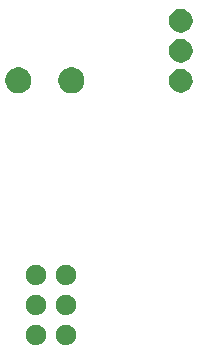
<source format=gbr>
G04 #@! TF.GenerationSoftware,KiCad,Pcbnew,5.1.5-52549c5~86~ubuntu18.04.1*
G04 #@! TF.CreationDate,2020-08-22T22:53:15-07:00*
G04 #@! TF.ProjectId,heat2sound_tx_rev01,68656174-3273-46f7-956e-645f74785f72,rev?*
G04 #@! TF.SameCoordinates,Original*
G04 #@! TF.FileFunction,Soldermask,Bot*
G04 #@! TF.FilePolarity,Negative*
%FSLAX46Y46*%
G04 Gerber Fmt 4.6, Leading zero omitted, Abs format (unit mm)*
G04 Created by KiCad (PCBNEW 5.1.5-52549c5~86~ubuntu18.04.1) date 2020-08-22 22:53:15*
%MOMM*%
%LPD*%
G04 APERTURE LIST*
%ADD10C,0.100000*%
G04 APERTURE END LIST*
D10*
G36*
X157981434Y-129211125D02*
G01*
X157981437Y-129211126D01*
X157981436Y-129211126D01*
X158138310Y-129276105D01*
X158279493Y-129370441D01*
X158399559Y-129490507D01*
X158493895Y-129631690D01*
X158493895Y-129631691D01*
X158558875Y-129788566D01*
X158592000Y-129955099D01*
X158592000Y-130124901D01*
X158558875Y-130291434D01*
X158558874Y-130291436D01*
X158493895Y-130448310D01*
X158399559Y-130589493D01*
X158279493Y-130709559D01*
X158138310Y-130803895D01*
X158027383Y-130849842D01*
X157981434Y-130868875D01*
X157814901Y-130902000D01*
X157645099Y-130902000D01*
X157478566Y-130868875D01*
X157432617Y-130849842D01*
X157321690Y-130803895D01*
X157180507Y-130709559D01*
X157060441Y-130589493D01*
X156966105Y-130448310D01*
X156901126Y-130291436D01*
X156901125Y-130291434D01*
X156868000Y-130124901D01*
X156868000Y-129955099D01*
X156901125Y-129788566D01*
X156966105Y-129631691D01*
X156966105Y-129631690D01*
X157060441Y-129490507D01*
X157180507Y-129370441D01*
X157321690Y-129276105D01*
X157478564Y-129211126D01*
X157478563Y-129211126D01*
X157478566Y-129211125D01*
X157645099Y-129178000D01*
X157814901Y-129178000D01*
X157981434Y-129211125D01*
G37*
G36*
X160521434Y-129211125D02*
G01*
X160521437Y-129211126D01*
X160521436Y-129211126D01*
X160678310Y-129276105D01*
X160819493Y-129370441D01*
X160939559Y-129490507D01*
X161033895Y-129631690D01*
X161033895Y-129631691D01*
X161098875Y-129788566D01*
X161132000Y-129955099D01*
X161132000Y-130124901D01*
X161098875Y-130291434D01*
X161098874Y-130291436D01*
X161033895Y-130448310D01*
X160939559Y-130589493D01*
X160819493Y-130709559D01*
X160678310Y-130803895D01*
X160567383Y-130849842D01*
X160521434Y-130868875D01*
X160354901Y-130902000D01*
X160185099Y-130902000D01*
X160018566Y-130868875D01*
X159972617Y-130849842D01*
X159861690Y-130803895D01*
X159720507Y-130709559D01*
X159600441Y-130589493D01*
X159506105Y-130448310D01*
X159441126Y-130291436D01*
X159441125Y-130291434D01*
X159408000Y-130124901D01*
X159408000Y-129955099D01*
X159441125Y-129788566D01*
X159506105Y-129631691D01*
X159506105Y-129631690D01*
X159600441Y-129490507D01*
X159720507Y-129370441D01*
X159861690Y-129276105D01*
X160018564Y-129211126D01*
X160018563Y-129211126D01*
X160018566Y-129211125D01*
X160185099Y-129178000D01*
X160354901Y-129178000D01*
X160521434Y-129211125D01*
G37*
G36*
X157981434Y-126671125D02*
G01*
X157981437Y-126671126D01*
X157981436Y-126671126D01*
X158138310Y-126736105D01*
X158279493Y-126830441D01*
X158399559Y-126950507D01*
X158493895Y-127091690D01*
X158493895Y-127091691D01*
X158558875Y-127248566D01*
X158592000Y-127415099D01*
X158592000Y-127584901D01*
X158558875Y-127751434D01*
X158558874Y-127751436D01*
X158493895Y-127908310D01*
X158399559Y-128049493D01*
X158279493Y-128169559D01*
X158138310Y-128263895D01*
X158027383Y-128309842D01*
X157981434Y-128328875D01*
X157814901Y-128362000D01*
X157645099Y-128362000D01*
X157478566Y-128328875D01*
X157432617Y-128309842D01*
X157321690Y-128263895D01*
X157180507Y-128169559D01*
X157060441Y-128049493D01*
X156966105Y-127908310D01*
X156901126Y-127751436D01*
X156901125Y-127751434D01*
X156868000Y-127584901D01*
X156868000Y-127415099D01*
X156901125Y-127248566D01*
X156966105Y-127091691D01*
X156966105Y-127091690D01*
X157060441Y-126950507D01*
X157180507Y-126830441D01*
X157321690Y-126736105D01*
X157478564Y-126671126D01*
X157478563Y-126671126D01*
X157478566Y-126671125D01*
X157645099Y-126638000D01*
X157814901Y-126638000D01*
X157981434Y-126671125D01*
G37*
G36*
X160521434Y-126671125D02*
G01*
X160521437Y-126671126D01*
X160521436Y-126671126D01*
X160678310Y-126736105D01*
X160819493Y-126830441D01*
X160939559Y-126950507D01*
X161033895Y-127091690D01*
X161033895Y-127091691D01*
X161098875Y-127248566D01*
X161132000Y-127415099D01*
X161132000Y-127584901D01*
X161098875Y-127751434D01*
X161098874Y-127751436D01*
X161033895Y-127908310D01*
X160939559Y-128049493D01*
X160819493Y-128169559D01*
X160678310Y-128263895D01*
X160567383Y-128309842D01*
X160521434Y-128328875D01*
X160354901Y-128362000D01*
X160185099Y-128362000D01*
X160018566Y-128328875D01*
X159972617Y-128309842D01*
X159861690Y-128263895D01*
X159720507Y-128169559D01*
X159600441Y-128049493D01*
X159506105Y-127908310D01*
X159441126Y-127751436D01*
X159441125Y-127751434D01*
X159408000Y-127584901D01*
X159408000Y-127415099D01*
X159441125Y-127248566D01*
X159506105Y-127091691D01*
X159506105Y-127091690D01*
X159600441Y-126950507D01*
X159720507Y-126830441D01*
X159861690Y-126736105D01*
X160018564Y-126671126D01*
X160018563Y-126671126D01*
X160018566Y-126671125D01*
X160185099Y-126638000D01*
X160354901Y-126638000D01*
X160521434Y-126671125D01*
G37*
G36*
X160521434Y-124131125D02*
G01*
X160521437Y-124131126D01*
X160521436Y-124131126D01*
X160678310Y-124196105D01*
X160819493Y-124290441D01*
X160939559Y-124410507D01*
X161033895Y-124551690D01*
X161033895Y-124551691D01*
X161098875Y-124708566D01*
X161132000Y-124875099D01*
X161132000Y-125044901D01*
X161098875Y-125211434D01*
X161098874Y-125211436D01*
X161033895Y-125368310D01*
X160939559Y-125509493D01*
X160819493Y-125629559D01*
X160678310Y-125723895D01*
X160567383Y-125769842D01*
X160521434Y-125788875D01*
X160354901Y-125822000D01*
X160185099Y-125822000D01*
X160018566Y-125788875D01*
X159972617Y-125769842D01*
X159861690Y-125723895D01*
X159720507Y-125629559D01*
X159600441Y-125509493D01*
X159506105Y-125368310D01*
X159441126Y-125211436D01*
X159441125Y-125211434D01*
X159408000Y-125044901D01*
X159408000Y-124875099D01*
X159441125Y-124708566D01*
X159506105Y-124551691D01*
X159506105Y-124551690D01*
X159600441Y-124410507D01*
X159720507Y-124290441D01*
X159861690Y-124196105D01*
X160018564Y-124131126D01*
X160018563Y-124131126D01*
X160018566Y-124131125D01*
X160185099Y-124098000D01*
X160354901Y-124098000D01*
X160521434Y-124131125D01*
G37*
G36*
X157981434Y-124131125D02*
G01*
X157981437Y-124131126D01*
X157981436Y-124131126D01*
X158138310Y-124196105D01*
X158279493Y-124290441D01*
X158399559Y-124410507D01*
X158493895Y-124551690D01*
X158493895Y-124551691D01*
X158558875Y-124708566D01*
X158592000Y-124875099D01*
X158592000Y-125044901D01*
X158558875Y-125211434D01*
X158558874Y-125211436D01*
X158493895Y-125368310D01*
X158399559Y-125509493D01*
X158279493Y-125629559D01*
X158138310Y-125723895D01*
X158027383Y-125769842D01*
X157981434Y-125788875D01*
X157814901Y-125822000D01*
X157645099Y-125822000D01*
X157478566Y-125788875D01*
X157432617Y-125769842D01*
X157321690Y-125723895D01*
X157180507Y-125629559D01*
X157060441Y-125509493D01*
X156966105Y-125368310D01*
X156901126Y-125211436D01*
X156901125Y-125211434D01*
X156868000Y-125044901D01*
X156868000Y-124875099D01*
X156901125Y-124708566D01*
X156966105Y-124551691D01*
X156966105Y-124551690D01*
X157060441Y-124410507D01*
X157180507Y-124290441D01*
X157321690Y-124196105D01*
X157478564Y-124131126D01*
X157478563Y-124131126D01*
X157478566Y-124131125D01*
X157645099Y-124098000D01*
X157814901Y-124098000D01*
X157981434Y-124131125D01*
G37*
G36*
X156570588Y-107442762D02*
G01*
X156770682Y-107525644D01*
X156770684Y-107525645D01*
X156950764Y-107645970D01*
X157103910Y-107799116D01*
X157224235Y-107979196D01*
X157224236Y-107979198D01*
X157307118Y-108179292D01*
X157349370Y-108391708D01*
X157349370Y-108608292D01*
X157307118Y-108820708D01*
X157227188Y-109013676D01*
X157224235Y-109020804D01*
X157103910Y-109200884D01*
X156950764Y-109354030D01*
X156770684Y-109474355D01*
X156770683Y-109474356D01*
X156770682Y-109474356D01*
X156570588Y-109557238D01*
X156358172Y-109599490D01*
X156141588Y-109599490D01*
X155929172Y-109557238D01*
X155729078Y-109474356D01*
X155729077Y-109474356D01*
X155729076Y-109474355D01*
X155548996Y-109354030D01*
X155395850Y-109200884D01*
X155275525Y-109020804D01*
X155272572Y-109013676D01*
X155192642Y-108820708D01*
X155150390Y-108608292D01*
X155150390Y-108391708D01*
X155192642Y-108179292D01*
X155275524Y-107979198D01*
X155275525Y-107979196D01*
X155395850Y-107799116D01*
X155548996Y-107645970D01*
X155729076Y-107525645D01*
X155729078Y-107525644D01*
X155929172Y-107442762D01*
X156141588Y-107400510D01*
X156358172Y-107400510D01*
X156570588Y-107442762D01*
G37*
G36*
X161071468Y-107442762D02*
G01*
X161271562Y-107525644D01*
X161271564Y-107525645D01*
X161451644Y-107645970D01*
X161604790Y-107799116D01*
X161725115Y-107979196D01*
X161725116Y-107979198D01*
X161807998Y-108179292D01*
X161850250Y-108391708D01*
X161850250Y-108608292D01*
X161807998Y-108820708D01*
X161728068Y-109013676D01*
X161725115Y-109020804D01*
X161604790Y-109200884D01*
X161451644Y-109354030D01*
X161271564Y-109474355D01*
X161271563Y-109474356D01*
X161271562Y-109474356D01*
X161071468Y-109557238D01*
X160859052Y-109599490D01*
X160642468Y-109599490D01*
X160430052Y-109557238D01*
X160229958Y-109474356D01*
X160229957Y-109474356D01*
X160229956Y-109474355D01*
X160049876Y-109354030D01*
X159896730Y-109200884D01*
X159776405Y-109020804D01*
X159773452Y-109013676D01*
X159693522Y-108820708D01*
X159651270Y-108608292D01*
X159651270Y-108391708D01*
X159693522Y-108179292D01*
X159776404Y-107979198D01*
X159776405Y-107979196D01*
X159896730Y-107799116D01*
X160049876Y-107645970D01*
X160229956Y-107525645D01*
X160229958Y-107525644D01*
X160430052Y-107442762D01*
X160642468Y-107400510D01*
X160859052Y-107400510D01*
X161071468Y-107442762D01*
G37*
G36*
X170195090Y-107559215D02*
G01*
X170291689Y-107578429D01*
X170473678Y-107653811D01*
X170637463Y-107763249D01*
X170776751Y-107902537D01*
X170886189Y-108066322D01*
X170961571Y-108248311D01*
X170961571Y-108248313D01*
X170990095Y-108391710D01*
X171000000Y-108441509D01*
X171000000Y-108638491D01*
X170961571Y-108831689D01*
X170886189Y-109013678D01*
X170776751Y-109177463D01*
X170637463Y-109316751D01*
X170473678Y-109426189D01*
X170291689Y-109501571D01*
X170195090Y-109520786D01*
X170098493Y-109540000D01*
X169901507Y-109540000D01*
X169804910Y-109520786D01*
X169708311Y-109501571D01*
X169526322Y-109426189D01*
X169362537Y-109316751D01*
X169223249Y-109177463D01*
X169113811Y-109013678D01*
X169038429Y-108831689D01*
X169000000Y-108638491D01*
X169000000Y-108441509D01*
X169009906Y-108391710D01*
X169038429Y-108248313D01*
X169038429Y-108248311D01*
X169113811Y-108066322D01*
X169223249Y-107902537D01*
X169362537Y-107763249D01*
X169526322Y-107653811D01*
X169708311Y-107578429D01*
X169804910Y-107559215D01*
X169901507Y-107540000D01*
X170098493Y-107540000D01*
X170195090Y-107559215D01*
G37*
G36*
X170195090Y-105019214D02*
G01*
X170291689Y-105038429D01*
X170473678Y-105113811D01*
X170637463Y-105223249D01*
X170776751Y-105362537D01*
X170886189Y-105526322D01*
X170961571Y-105708311D01*
X171000000Y-105901509D01*
X171000000Y-106098491D01*
X170961571Y-106291689D01*
X170886189Y-106473678D01*
X170776751Y-106637463D01*
X170637463Y-106776751D01*
X170473678Y-106886189D01*
X170291689Y-106961571D01*
X170195090Y-106980785D01*
X170098493Y-107000000D01*
X169901507Y-107000000D01*
X169804910Y-106980785D01*
X169708311Y-106961571D01*
X169526322Y-106886189D01*
X169362537Y-106776751D01*
X169223249Y-106637463D01*
X169113811Y-106473678D01*
X169038429Y-106291689D01*
X169000000Y-106098491D01*
X169000000Y-105901509D01*
X169038429Y-105708311D01*
X169113811Y-105526322D01*
X169223249Y-105362537D01*
X169362537Y-105223249D01*
X169526322Y-105113811D01*
X169708311Y-105038429D01*
X169804910Y-105019214D01*
X169901507Y-105000000D01*
X170098493Y-105000000D01*
X170195090Y-105019214D01*
G37*
G36*
X170195090Y-102479215D02*
G01*
X170291689Y-102498429D01*
X170473678Y-102573811D01*
X170637463Y-102683249D01*
X170776751Y-102822537D01*
X170886189Y-102986322D01*
X170961571Y-103168311D01*
X171000000Y-103361509D01*
X171000000Y-103558491D01*
X170961571Y-103751689D01*
X170886189Y-103933678D01*
X170776751Y-104097463D01*
X170637463Y-104236751D01*
X170473678Y-104346189D01*
X170291689Y-104421571D01*
X170195090Y-104440786D01*
X170098493Y-104460000D01*
X169901507Y-104460000D01*
X169804910Y-104440786D01*
X169708311Y-104421571D01*
X169526322Y-104346189D01*
X169362537Y-104236751D01*
X169223249Y-104097463D01*
X169113811Y-103933678D01*
X169038429Y-103751689D01*
X169000000Y-103558491D01*
X169000000Y-103361509D01*
X169038429Y-103168311D01*
X169113811Y-102986322D01*
X169223249Y-102822537D01*
X169362537Y-102683249D01*
X169526322Y-102573811D01*
X169708311Y-102498429D01*
X169804910Y-102479215D01*
X169901507Y-102460000D01*
X170098493Y-102460000D01*
X170195090Y-102479215D01*
G37*
M02*

</source>
